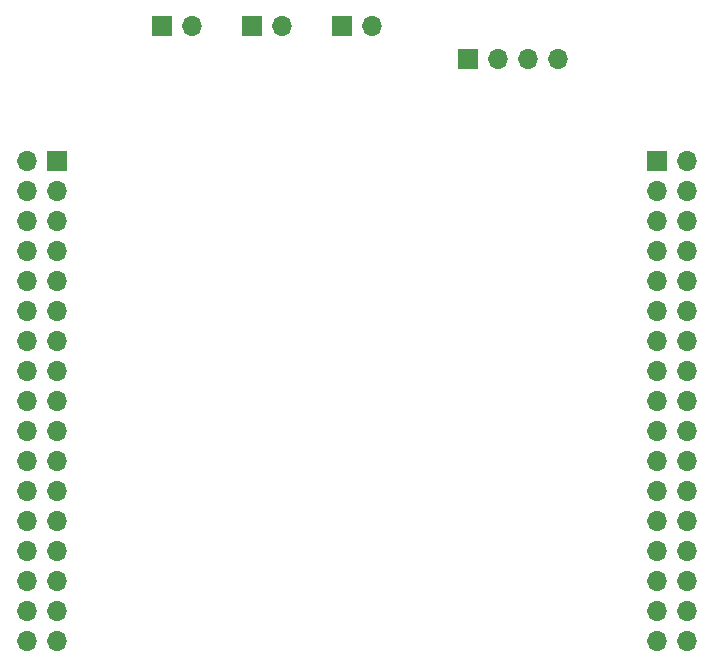
<source format=gbr>
%TF.GenerationSoftware,KiCad,Pcbnew,(5.1.9)-1*%
%TF.CreationDate,2021-04-28T20:19:28+10:00*%
%TF.ProjectId,Gotek-PS2,476f7465-6b2d-4505-9332-2e6b69636164,rev?*%
%TF.SameCoordinates,Original*%
%TF.FileFunction,Soldermask,Bot*%
%TF.FilePolarity,Negative*%
%FSLAX46Y46*%
G04 Gerber Fmt 4.6, Leading zero omitted, Abs format (unit mm)*
G04 Created by KiCad (PCBNEW (5.1.9)-1) date 2021-04-28 20:19:28*
%MOMM*%
%LPD*%
G01*
G04 APERTURE LIST*
%ADD10O,1.700000X1.700000*%
%ADD11R,1.700000X1.700000*%
G04 APERTURE END LIST*
D10*
%TO.C,J6*%
X131318000Y-61214000D03*
X128778000Y-61214000D03*
X126238000Y-61214000D03*
D11*
X123698000Y-61214000D03*
%TD*%
D10*
%TO.C,J5*%
X86360000Y-110490000D03*
X88900000Y-110490000D03*
X86360000Y-107950000D03*
X88900000Y-107950000D03*
X86360000Y-105410000D03*
X88900000Y-105410000D03*
X86360000Y-102870000D03*
X88900000Y-102870000D03*
X86360000Y-100330000D03*
X88900000Y-100330000D03*
X86360000Y-97790000D03*
X88900000Y-97790000D03*
X86360000Y-95250000D03*
X88900000Y-95250000D03*
X86360000Y-92710000D03*
X88900000Y-92710000D03*
X86360000Y-90170000D03*
X88900000Y-90170000D03*
X86360000Y-87630000D03*
X88900000Y-87630000D03*
X86360000Y-85090000D03*
X88900000Y-85090000D03*
X86360000Y-82550000D03*
X88900000Y-82550000D03*
X86360000Y-80010000D03*
X88900000Y-80010000D03*
X86360000Y-77470000D03*
X88900000Y-77470000D03*
X86360000Y-74930000D03*
X88900000Y-74930000D03*
X86360000Y-72390000D03*
X88900000Y-72390000D03*
X86360000Y-69850000D03*
D11*
X88900000Y-69850000D03*
%TD*%
D10*
%TO.C,J4*%
X142240000Y-110490000D03*
X139700000Y-110490000D03*
X142240000Y-107950000D03*
X139700000Y-107950000D03*
X142240000Y-105410000D03*
X139700000Y-105410000D03*
X142240000Y-102870000D03*
X139700000Y-102870000D03*
X142240000Y-100330000D03*
X139700000Y-100330000D03*
X142240000Y-97790000D03*
X139700000Y-97790000D03*
X142240000Y-95250000D03*
X139700000Y-95250000D03*
X142240000Y-92710000D03*
X139700000Y-92710000D03*
X142240000Y-90170000D03*
X139700000Y-90170000D03*
X142240000Y-87630000D03*
X139700000Y-87630000D03*
X142240000Y-85090000D03*
X139700000Y-85090000D03*
X142240000Y-82550000D03*
X139700000Y-82550000D03*
X142240000Y-80010000D03*
X139700000Y-80010000D03*
X142240000Y-77470000D03*
X139700000Y-77470000D03*
X142240000Y-74930000D03*
X139700000Y-74930000D03*
X142240000Y-72390000D03*
X139700000Y-72390000D03*
X142240000Y-69850000D03*
D11*
X139700000Y-69850000D03*
%TD*%
D10*
%TO.C,J3*%
X115570000Y-58420000D03*
D11*
X113030000Y-58420000D03*
%TD*%
D10*
%TO.C,J2*%
X107950000Y-58420000D03*
D11*
X105410000Y-58420000D03*
%TD*%
D10*
%TO.C,J1*%
X100330000Y-58420000D03*
D11*
X97790000Y-58420000D03*
%TD*%
M02*

</source>
